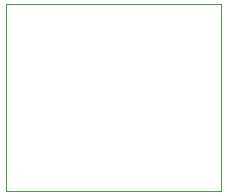
<source format=gbr>
G04 #@! TF.FileFunction,Other,ECO1*
%FSLAX46Y46*%
G04 Gerber Fmt 4.6, Leading zero omitted, Abs format (unit mm)*
G04 Created by KiCad (PCBNEW 4.0.6) date 01/26/19 15:00:27*
%MOMM*%
%LPD*%
G01*
G04 APERTURE LIST*
%ADD10C,0.100000*%
%ADD11C,0.050000*%
G04 APERTURE END LIST*
D10*
D11*
X158794000Y-80544000D02*
X177034000Y-80544000D01*
X177034000Y-80544000D02*
X177034000Y-64744000D01*
X177034000Y-64744000D02*
X158794000Y-64744000D01*
X158794000Y-64744000D02*
X158794000Y-80544000D01*
M02*

</source>
